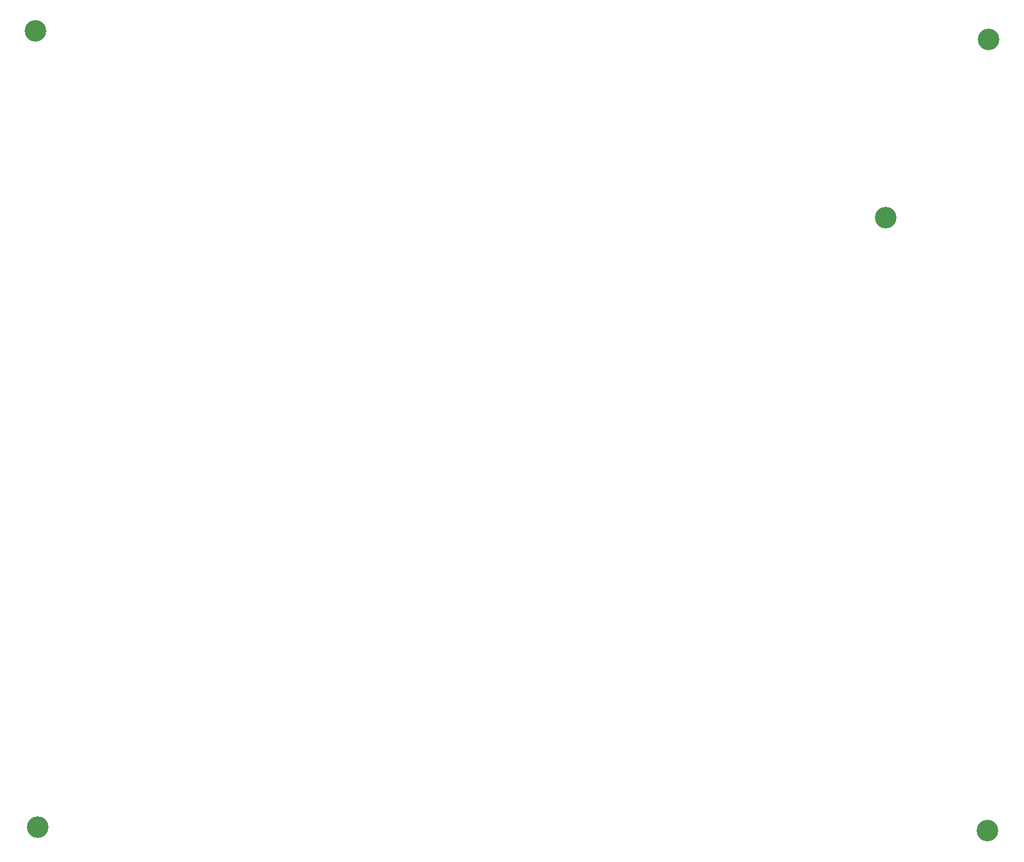
<source format=gbr>
%TF.GenerationSoftware,KiCad,Pcbnew,(5.1.4)-1*%
%TF.CreationDate,2019-12-19T22:49:59+05:30*%
%TF.ProjectId,2014_board_SPI_Pullupattiny_4,32303134-5f62-46f6-9172-645f5350495f,rev?*%
%TF.SameCoordinates,Original*%
%TF.FileFunction,NonPlated,1,2,NPTH,Drill*%
%TF.FilePolarity,Positive*%
%FSLAX46Y46*%
G04 Gerber Fmt 4.6, Leading zero omitted, Abs format (unit mm)*
G04 Created by KiCad (PCBNEW (5.1.4)-1) date 2019-12-19 22:49:59*
%MOMM*%
%LPD*%
G04 APERTURE LIST*
%TA.AperFunction,ComponentDrill*%
%ADD10C,3.200000*%
%TD*%
G04 APERTURE END LIST*
D10*
%TO.C,@HOLE2*%
X219456000Y-162560000D03*
%TO.C,@HOLE3*%
X219621100Y-45313600D03*
%TO.C,@HOLE1*%
X78740000Y-162052000D03*
%TO.C,@HOLE4*%
X204381100Y-71666100D03*
%TO.C,@HOLE0*%
X78333600Y-44043600D03*
M02*

</source>
